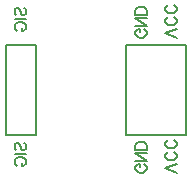
<source format=gbo>
G04 Layer: BottomSilkLayer*
G04 EasyEDA v6.4.25, 2021-12-11T01:25:18+11:00*
G04 a67cddfb3fce44daa9051d46cbbcc19f,10*
G04 Gerber Generator version 0.2*
G04 Scale: 100 percent, Rotated: No, Reflected: No *
G04 Dimensions in inches *
G04 leading zeros omitted , absolute positions ,3 integer and 6 decimal *
%FSLAX36Y36*%
%MOIN*%

%ADD15C,0.0080*%
%ADD16C,0.0080*%

%LPD*%
D15*
X35100Y99499D02*
G01*
X31500Y103200D01*
X29600Y108600D01*
X29600Y115900D01*
X31500Y121399D01*
X35100Y125000D01*
X38699Y125000D01*
X42399Y123200D01*
X44200Y121399D01*
X45999Y117699D01*
X49600Y106799D01*
X51500Y103200D01*
X53299Y101399D01*
X56900Y99499D01*
X62399Y99499D01*
X65999Y103200D01*
X67800Y108600D01*
X67800Y115900D01*
X65999Y121399D01*
X62399Y125000D01*
X29600Y87500D02*
G01*
X67800Y87500D01*
X38699Y48299D02*
G01*
X35100Y50100D01*
X31500Y53699D01*
X29600Y57399D01*
X29600Y64600D01*
X31500Y68299D01*
X35100Y71900D01*
X38699Y73699D01*
X44200Y75500D01*
X53299Y75500D01*
X58699Y73699D01*
X62399Y71900D01*
X65999Y68299D01*
X67800Y64600D01*
X67800Y57399D01*
X65999Y53699D01*
X62399Y50100D01*
X58699Y48299D01*
X53299Y48299D01*
X53299Y57399D02*
G01*
X53299Y48299D01*
X35100Y549499D02*
G01*
X31500Y553200D01*
X29600Y558600D01*
X29600Y565900D01*
X31500Y571399D01*
X35100Y575000D01*
X38699Y575000D01*
X42399Y573200D01*
X44200Y571399D01*
X45999Y567699D01*
X49600Y556799D01*
X51500Y553200D01*
X53299Y551399D01*
X56900Y549499D01*
X62399Y549499D01*
X65999Y553200D01*
X67800Y558600D01*
X67800Y565900D01*
X65999Y571399D01*
X62399Y575000D01*
X29600Y537500D02*
G01*
X67800Y537500D01*
X38699Y498299D02*
G01*
X35100Y500100D01*
X31500Y503699D01*
X29600Y507399D01*
X29600Y514600D01*
X31500Y518299D01*
X35100Y521900D01*
X38699Y523699D01*
X44200Y525500D01*
X53299Y525500D01*
X58699Y523699D01*
X62399Y521900D01*
X65999Y518299D01*
X67800Y514600D01*
X67800Y507399D01*
X65999Y503699D01*
X62399Y500100D01*
X58699Y498299D01*
X53299Y498299D01*
X53299Y507399D02*
G01*
X53299Y498299D01*
X461273Y52273D02*
G01*
X464908Y50455D01*
X468544Y46817D01*
X470363Y43182D01*
X470363Y35909D01*
X468544Y32273D01*
X464908Y28636D01*
X461273Y26817D01*
X455817Y25000D01*
X446727Y25000D01*
X441273Y26817D01*
X437636Y28636D01*
X434000Y32273D01*
X432181Y35909D01*
X432181Y43182D01*
X434000Y46817D01*
X437636Y50455D01*
X441273Y52273D01*
X446727Y52273D01*
X446727Y43182D02*
G01*
X446727Y52273D01*
X470363Y64272D02*
G01*
X432181Y64272D01*
X470363Y64272D02*
G01*
X432181Y89726D01*
X470363Y89726D02*
G01*
X432181Y89726D01*
X470363Y101727D02*
G01*
X432181Y101727D01*
X470363Y101727D02*
G01*
X470363Y114454D01*
X468544Y119908D01*
X464908Y123544D01*
X461273Y125363D01*
X455817Y127181D01*
X446727Y127181D01*
X441273Y125363D01*
X437636Y123544D01*
X434000Y119908D01*
X432181Y114454D01*
X432181Y101727D01*
X570363Y25000D02*
G01*
X532181Y39544D01*
X570363Y54090D02*
G01*
X532181Y39544D01*
X561273Y93364D02*
G01*
X564908Y91545D01*
X568544Y87908D01*
X570363Y84272D01*
X570363Y76999D01*
X568544Y73364D01*
X564908Y69726D01*
X561273Y67908D01*
X555817Y66091D01*
X546727Y66091D01*
X541273Y67908D01*
X537636Y69726D01*
X534000Y73364D01*
X532181Y76999D01*
X532181Y84272D01*
X534000Y87908D01*
X537636Y91545D01*
X541273Y93364D01*
X561273Y132636D02*
G01*
X564908Y130817D01*
X568544Y127181D01*
X570363Y123544D01*
X570363Y116273D01*
X568544Y112636D01*
X564908Y109000D01*
X561273Y107181D01*
X555817Y105363D01*
X546727Y105363D01*
X541273Y107181D01*
X537636Y109000D01*
X534000Y112636D01*
X532181Y116273D01*
X532181Y123544D01*
X534000Y127181D01*
X537636Y130817D01*
X541273Y132636D01*
X570363Y475000D02*
G01*
X532181Y489544D01*
X570363Y504090D02*
G01*
X532181Y489544D01*
X561273Y543364D02*
G01*
X564908Y541545D01*
X568544Y537908D01*
X570363Y534272D01*
X570363Y526999D01*
X568544Y523364D01*
X564908Y519726D01*
X561273Y517908D01*
X555817Y516091D01*
X546727Y516091D01*
X541273Y517908D01*
X537636Y519726D01*
X534000Y523364D01*
X532181Y526999D01*
X532181Y534272D01*
X534000Y537908D01*
X537636Y541545D01*
X541273Y543364D01*
X561273Y582636D02*
G01*
X564908Y580817D01*
X568544Y577181D01*
X570363Y573544D01*
X570363Y566273D01*
X568544Y562636D01*
X564908Y559000D01*
X561273Y557181D01*
X555817Y555363D01*
X546727Y555363D01*
X541273Y557181D01*
X537636Y559000D01*
X534000Y562636D01*
X532181Y566273D01*
X532181Y573544D01*
X534000Y577181D01*
X537636Y580817D01*
X541273Y582636D01*
X461273Y502273D02*
G01*
X464908Y500455D01*
X468544Y496817D01*
X470363Y493182D01*
X470363Y485909D01*
X468544Y482273D01*
X464908Y478636D01*
X461273Y476817D01*
X455817Y475000D01*
X446727Y475000D01*
X441273Y476817D01*
X437636Y478636D01*
X434000Y482273D01*
X432181Y485909D01*
X432181Y493182D01*
X434000Y496817D01*
X437636Y500455D01*
X441273Y502273D01*
X446727Y502273D01*
X446727Y493182D02*
G01*
X446727Y502273D01*
X470363Y514272D02*
G01*
X432181Y514272D01*
X470363Y514272D02*
G01*
X432181Y539726D01*
X470363Y539726D02*
G01*
X432181Y539726D01*
X470363Y551727D02*
G01*
X432181Y551727D01*
X470363Y551727D02*
G01*
X470363Y564454D01*
X468544Y569908D01*
X464908Y573544D01*
X461273Y575363D01*
X455817Y577181D01*
X446727Y577181D01*
X441273Y575363D01*
X437636Y573544D01*
X434000Y569908D01*
X432181Y564454D01*
X432181Y551727D01*
X600000Y150000D02*
G01*
X400000Y150000D01*
X400000Y450000D01*
X600000Y450000D01*
X600000Y150000D01*
X600000Y341669D01*
X0Y375000D02*
G01*
X0Y450000D01*
X100000Y450000D01*
X100000Y150000D01*
X0Y150000D01*
D16*
X0Y150000D02*
G01*
X0Y375000D01*
M02*

</source>
